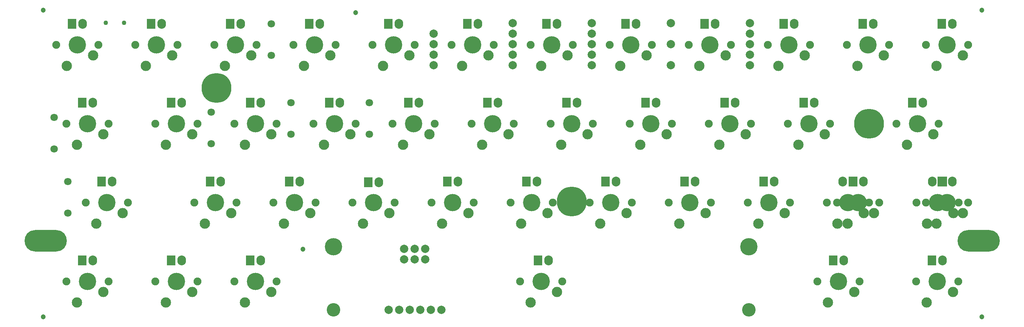
<source format=gts>
G04 (created by PCBNEW (2013-02-13 BZR 3947)-testing) date 9/20/2013 10:49:52 AM*
%MOIN*%
G04 Gerber Fmt 3.4, Leading zero omitted, Abs format*
%FSLAX34Y34*%
G01*
G70*
G90*
G04 APERTURE LIST*
%ADD10C,0*%
%ADD11O,0.4017X0.2049*%
%ADD12C,0.2836*%
%ADD13C,0.0434331*%
%ADD14C,0.0788661*%
%ADD15C,0.0709921*%
%ADD16C,0.098*%
%ADD17C,0.165*%
%ADD18C,0.075*%
%ADD19O,0.083X0.093*%
%ADD20R,0.083X0.093*%
%ADD21C,0.0473701*%
%ADD22C,0.128*%
G04 APERTURE END LIST*
G54D10*
G54D11*
X89071Y-22244D03*
G54D12*
X78701Y-11122D03*
X16801Y-7722D03*
X50472Y-18503D03*
G54D11*
X574Y-22244D03*
G54D13*
X6299Y-1523D03*
X8031Y-1523D03*
G54D14*
X37376Y-2559D03*
X37376Y-3559D03*
X37376Y-4559D03*
X44876Y-5559D03*
X44876Y-4559D03*
X44876Y-1559D03*
X37376Y-5559D03*
X52376Y-2559D03*
X52376Y-5559D03*
X52376Y-4559D03*
X52376Y-3559D03*
X59876Y-1559D03*
X59876Y-3559D03*
X52376Y-1559D03*
X36576Y-23024D03*
X36576Y-24024D03*
X34576Y-24024D03*
X34576Y-23024D03*
X35576Y-24024D03*
X35576Y-23024D03*
X37111Y-28809D03*
X35111Y-28809D03*
X33111Y-28809D03*
X36111Y-28809D03*
X34111Y-28809D03*
X38111Y-28809D03*
X44876Y-2559D03*
X44876Y-3559D03*
X67376Y-5559D03*
X67376Y-1559D03*
X67376Y-3559D03*
X67376Y-4559D03*
X67376Y-2559D03*
X59876Y-5559D03*
G54D15*
X1376Y-13509D03*
X1376Y-10509D03*
X2701Y-16622D03*
X2701Y-19622D03*
G54D16*
X3551Y-28122D03*
X6051Y-27122D03*
G54D17*
X4551Y-26122D03*
G54D18*
X6551Y-26122D03*
X2551Y-26122D03*
G54D16*
X3551Y-13122D03*
X6051Y-12122D03*
G54D17*
X4551Y-11122D03*
G54D18*
X6551Y-11122D03*
X2551Y-11122D03*
G54D16*
X5401Y-20622D03*
X7901Y-19622D03*
G54D17*
X6401Y-18622D03*
G54D18*
X8401Y-18622D03*
X4401Y-18622D03*
G54D19*
X24701Y-16622D03*
G54D20*
X23701Y-16622D03*
G54D19*
X13501Y-24122D03*
G54D20*
X12501Y-24122D03*
G54D19*
X17201Y-16622D03*
G54D20*
X16201Y-16622D03*
G54D19*
X5051Y-9122D03*
G54D20*
X4051Y-9122D03*
G54D19*
X11601Y-1621D03*
G54D20*
X10601Y-1621D03*
G54D19*
X5051Y-24122D03*
G54D20*
X4051Y-24122D03*
G54D16*
X85101Y-20622D03*
X87601Y-19622D03*
G54D17*
X86101Y-18622D03*
G54D18*
X88101Y-18622D03*
X84101Y-18622D03*
G54D16*
X49501Y-13122D03*
X52001Y-12122D03*
G54D17*
X50501Y-11122D03*
G54D18*
X52501Y-11122D03*
X48501Y-11122D03*
G54D16*
X70101Y-5622D03*
X72601Y-4622D03*
G54D17*
X71101Y-3622D03*
G54D18*
X73101Y-3622D03*
X69101Y-3622D03*
G54D16*
X32601Y-5622D03*
X35101Y-4622D03*
G54D17*
X33601Y-3622D03*
G54D18*
X35601Y-3622D03*
X31601Y-3622D03*
G54D16*
X84151Y-28122D03*
X86651Y-27122D03*
G54D17*
X85151Y-26122D03*
G54D18*
X87151Y-26122D03*
X83151Y-26122D03*
G54D16*
X74801Y-28122D03*
X77301Y-27122D03*
G54D17*
X75801Y-26122D03*
G54D18*
X77801Y-26122D03*
X73801Y-26122D03*
G54D16*
X19501Y-28122D03*
X22001Y-27122D03*
G54D17*
X20501Y-26122D03*
G54D18*
X22501Y-26122D03*
X18501Y-26122D03*
G54D16*
X12001Y-28122D03*
X14501Y-27122D03*
G54D17*
X13001Y-26122D03*
G54D18*
X15001Y-26122D03*
X11001Y-26122D03*
G54D16*
X76651Y-20622D03*
X79151Y-19622D03*
G54D17*
X77651Y-18622D03*
G54D18*
X79651Y-18622D03*
X75651Y-18622D03*
G54D16*
X68201Y-20622D03*
X70701Y-19622D03*
G54D17*
X69201Y-18622D03*
G54D18*
X71201Y-18622D03*
X67201Y-18622D03*
G54D16*
X27001Y-13122D03*
X29501Y-12122D03*
G54D17*
X28001Y-11122D03*
G54D18*
X30001Y-11122D03*
X26001Y-11122D03*
G54D16*
X19501Y-13122D03*
X22001Y-12122D03*
G54D17*
X20501Y-11122D03*
G54D18*
X22501Y-11122D03*
X18501Y-11122D03*
G54D16*
X12001Y-13122D03*
X14501Y-12122D03*
G54D17*
X13001Y-11122D03*
G54D18*
X15001Y-11122D03*
X11001Y-11122D03*
G54D16*
X85101Y-5622D03*
X87601Y-4622D03*
G54D17*
X86101Y-3622D03*
G54D18*
X88101Y-3622D03*
X84101Y-3622D03*
G54D16*
X62601Y-5622D03*
X65101Y-4622D03*
G54D17*
X63601Y-3622D03*
G54D18*
X65601Y-3622D03*
X61601Y-3622D03*
G54D16*
X55101Y-5622D03*
X57601Y-4622D03*
G54D17*
X56101Y-3622D03*
G54D18*
X58101Y-3622D03*
X54101Y-3622D03*
G54D16*
X47601Y-5622D03*
X50101Y-4622D03*
G54D17*
X48601Y-3622D03*
G54D18*
X50601Y-3622D03*
X46601Y-3622D03*
G54D16*
X40101Y-5622D03*
X42601Y-4622D03*
G54D17*
X41101Y-3622D03*
G54D18*
X43101Y-3622D03*
X39101Y-3622D03*
G54D16*
X25101Y-5622D03*
X27601Y-4622D03*
G54D17*
X26101Y-3622D03*
G54D18*
X28101Y-3622D03*
X24101Y-3622D03*
G54D16*
X17601Y-5622D03*
X20101Y-4622D03*
G54D17*
X18601Y-3622D03*
G54D18*
X20601Y-3622D03*
X16601Y-3622D03*
G54D16*
X10101Y-5622D03*
X12601Y-4622D03*
G54D17*
X11101Y-3622D03*
G54D18*
X13101Y-3622D03*
X9101Y-3622D03*
G54D16*
X60701Y-20622D03*
X63201Y-19622D03*
G54D17*
X61701Y-18622D03*
G54D18*
X63701Y-18622D03*
X59701Y-18622D03*
G54D16*
X53201Y-20622D03*
X55701Y-19622D03*
G54D17*
X54201Y-18622D03*
G54D18*
X56201Y-18622D03*
X52201Y-18622D03*
G54D16*
X45701Y-20622D03*
X48201Y-19622D03*
G54D17*
X46701Y-18622D03*
G54D18*
X48701Y-18622D03*
X44701Y-18622D03*
G54D16*
X38201Y-20622D03*
X40701Y-19622D03*
G54D17*
X39201Y-18622D03*
G54D18*
X41201Y-18622D03*
X37201Y-18622D03*
G54D16*
X30701Y-20622D03*
X33201Y-19622D03*
G54D17*
X31701Y-18622D03*
G54D18*
X33701Y-18622D03*
X29701Y-18622D03*
G54D16*
X23201Y-20622D03*
X25701Y-19622D03*
G54D17*
X24201Y-18622D03*
G54D18*
X26201Y-18622D03*
X22201Y-18622D03*
G54D16*
X15701Y-20622D03*
X18201Y-19622D03*
G54D17*
X16701Y-18622D03*
G54D18*
X18701Y-18622D03*
X14701Y-18622D03*
G54D16*
X82301Y-13122D03*
X84801Y-12122D03*
G54D17*
X83301Y-11122D03*
G54D18*
X85301Y-11122D03*
X81301Y-11122D03*
G54D16*
X72001Y-13122D03*
X74501Y-12122D03*
G54D17*
X73001Y-11122D03*
G54D18*
X75001Y-11122D03*
X71001Y-11122D03*
G54D16*
X64501Y-13122D03*
X67001Y-12122D03*
G54D17*
X65501Y-11122D03*
G54D18*
X67501Y-11122D03*
X63501Y-11122D03*
G54D16*
X57001Y-13122D03*
X59501Y-12122D03*
G54D17*
X58001Y-11122D03*
G54D18*
X60001Y-11122D03*
X56001Y-11122D03*
G54D16*
X42001Y-13122D03*
X44501Y-12122D03*
G54D17*
X43001Y-11122D03*
G54D18*
X45001Y-11122D03*
X41001Y-11122D03*
G54D16*
X34501Y-13122D03*
X37001Y-12122D03*
G54D17*
X35501Y-11122D03*
G54D18*
X37501Y-11122D03*
X33501Y-11122D03*
G54D16*
X77601Y-5622D03*
X80101Y-4622D03*
G54D17*
X78601Y-3622D03*
G54D18*
X80601Y-3622D03*
X76601Y-3622D03*
G54D19*
X48271Y-24124D03*
G54D20*
X47271Y-24124D03*
G54D19*
X62201Y-16622D03*
G54D20*
X61201Y-16622D03*
G54D19*
X54701Y-16622D03*
G54D20*
X53701Y-16622D03*
G54D19*
X47201Y-16622D03*
G54D20*
X46201Y-16622D03*
G54D19*
X39701Y-16622D03*
G54D20*
X38701Y-16622D03*
G54D19*
X83801Y-9122D03*
G54D20*
X82801Y-9122D03*
G54D19*
X73501Y-9122D03*
G54D20*
X72501Y-9122D03*
G54D19*
X66001Y-9122D03*
G54D20*
X65001Y-9122D03*
G54D19*
X32201Y-16672D03*
G54D20*
X31201Y-16672D03*
G54D19*
X58501Y-9122D03*
G54D20*
X57501Y-9122D03*
G54D19*
X34101Y-1622D03*
G54D20*
X33101Y-1622D03*
G54D19*
X41601Y-1622D03*
G54D20*
X40601Y-1622D03*
G54D19*
X49101Y-1622D03*
G54D20*
X48101Y-1622D03*
G54D19*
X56601Y-1622D03*
G54D20*
X55601Y-1622D03*
G54D19*
X26601Y-1622D03*
G54D20*
X25601Y-1622D03*
G54D19*
X51001Y-9122D03*
G54D20*
X50001Y-9122D03*
G54D19*
X64101Y-1622D03*
G54D20*
X63101Y-1622D03*
G54D19*
X71601Y-1622D03*
G54D20*
X70601Y-1622D03*
G54D19*
X79101Y-1622D03*
G54D20*
X78101Y-1622D03*
G54D19*
X86601Y-1622D03*
G54D20*
X85601Y-1622D03*
G54D19*
X36001Y-9122D03*
G54D20*
X35001Y-9122D03*
G54D19*
X43501Y-9122D03*
G54D20*
X42501Y-9122D03*
G54D19*
X85651Y-24122D03*
G54D20*
X84651Y-24122D03*
G54D19*
X76301Y-24122D03*
G54D20*
X75301Y-24122D03*
G54D19*
X69701Y-16622D03*
G54D20*
X68701Y-16622D03*
G54D19*
X78151Y-16622D03*
G54D20*
X77151Y-16622D03*
G54D19*
X21001Y-24122D03*
G54D20*
X20001Y-24122D03*
G54D19*
X86601Y-16622D03*
G54D20*
X85601Y-16622D03*
G54D19*
X4101Y-1621D03*
G54D20*
X3101Y-1621D03*
G54D16*
X2601Y-5622D03*
X5101Y-4622D03*
G54D17*
X3601Y-3622D03*
G54D18*
X5601Y-3622D03*
X1601Y-3622D03*
G54D19*
X6901Y-16622D03*
G54D20*
X5901Y-16622D03*
G54D15*
X31301Y-12122D03*
X31301Y-9122D03*
X23851Y-12122D03*
X23851Y-9122D03*
X16301Y-13022D03*
X16301Y-10022D03*
X22001Y-4622D03*
X22001Y-1622D03*
G54D19*
X28501Y-9122D03*
G54D20*
X27501Y-9122D03*
G54D19*
X21001Y-9122D03*
G54D20*
X20001Y-9122D03*
G54D19*
X13501Y-9122D03*
G54D20*
X12501Y-9122D03*
G54D19*
X19101Y-1622D03*
G54D20*
X18101Y-1622D03*
G54D21*
X351Y-29472D03*
X89401Y-322D03*
X89401Y-29472D03*
X351Y-322D03*
X24976Y-23059D03*
X29976Y-559D03*
G54D16*
X46601Y-28122D03*
X49101Y-27122D03*
G54D17*
X47601Y-26122D03*
G54D18*
X49601Y-26122D03*
X45601Y-26122D03*
G54D22*
X67301Y-28822D03*
X27901Y-28822D03*
G54D17*
X67301Y-22822D03*
X27901Y-22822D03*
G54D16*
X84201Y-20622D03*
X86701Y-19622D03*
G54D17*
X85201Y-18622D03*
G54D18*
X87201Y-18622D03*
X83201Y-18622D03*
G54D16*
X75701Y-20622D03*
X78201Y-19622D03*
G54D17*
X76701Y-18622D03*
G54D18*
X78701Y-18622D03*
X74701Y-18622D03*
G54D19*
X76201Y-16622D03*
G54D20*
X77201Y-16622D03*
G54D19*
X84701Y-16622D03*
G54D20*
X85701Y-16622D03*
M02*

</source>
